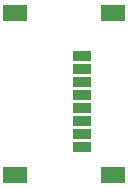
<source format=gbr>
%TF.GenerationSoftware,KiCad,Pcbnew,7.0.11-7.0.11~ubuntu22.04.1*%
%TF.CreationDate,2024-05-19T21:46:35+02:00*%
%TF.ProjectId,m.2_usd,6d2e325f-7573-4642-9e6b-696361645f70,rev?*%
%TF.SameCoordinates,Original*%
%TF.FileFunction,Paste,Top*%
%TF.FilePolarity,Positive*%
%FSLAX46Y46*%
G04 Gerber Fmt 4.6, Leading zero omitted, Abs format (unit mm)*
G04 Created by KiCad (PCBNEW 7.0.11-7.0.11~ubuntu22.04.1) date 2024-05-19 21:46:35*
%MOMM*%
%LPD*%
G01*
G04 APERTURE LIST*
%ADD10R,1.498600X0.812800*%
%ADD11R,2.006600X1.447800*%
G04 APERTURE END LIST*
D10*
%TO.C,J2*%
X-1249100Y18100001D03*
X-1249100Y17000001D03*
X-1249100Y15900001D03*
X-1249100Y14800000D03*
X-1249100Y13700000D03*
X-1249100Y12600000D03*
X-1249100Y11499999D03*
X-1249100Y10399999D03*
D11*
X-6949101Y21775000D03*
X-6949101Y8025000D03*
X1350900Y21775000D03*
X1350900Y8025000D03*
%TD*%
M02*

</source>
